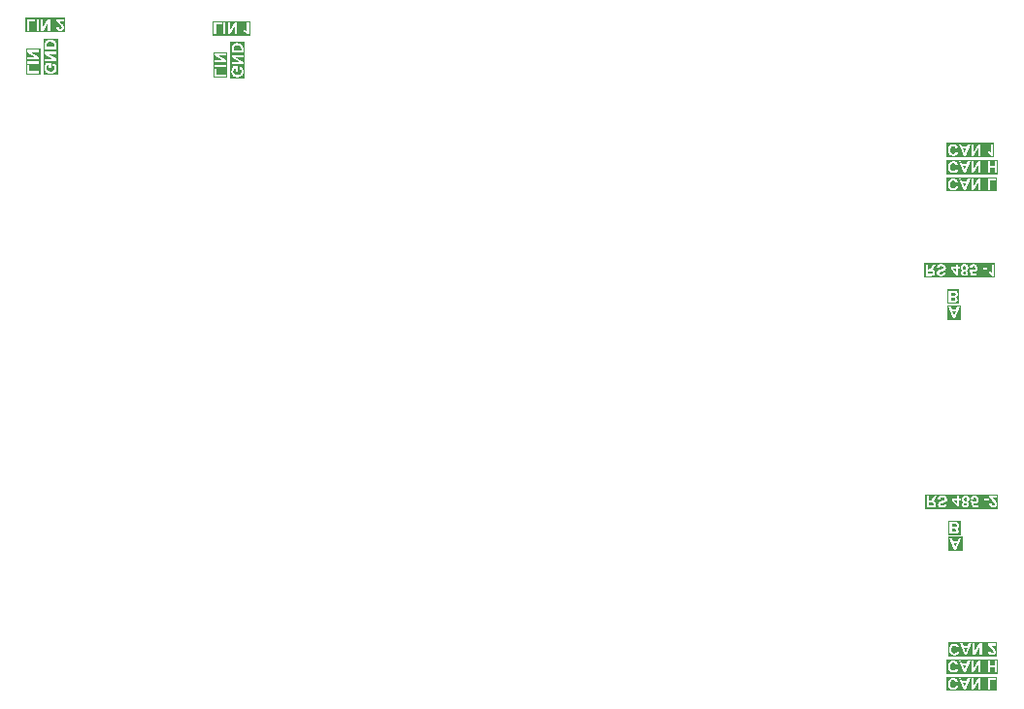
<source format=gbr>
%TF.GenerationSoftware,KiCad,Pcbnew,8.0.5*%
%TF.CreationDate,2024-11-25T15:58:14+05:30*%
%TF.ProjectId,Rapid_Core-RCP,52617069-645f-4436-9f72-652d5243502e,rev?*%
%TF.SameCoordinates,Original*%
%TF.FileFunction,Legend,Bot*%
%TF.FilePolarity,Positive*%
%FSLAX46Y46*%
G04 Gerber Fmt 4.6, Leading zero omitted, Abs format (unit mm)*
G04 Created by KiCad (PCBNEW 8.0.5) date 2024-11-25 15:58:14*
%MOMM*%
%LPD*%
G01*
G04 APERTURE LIST*
%ADD10C,0.200000*%
G04 APERTURE END LIST*
D10*
G36*
X251587851Y-77929372D02*
G01*
X251451808Y-77569847D01*
X251726581Y-77569847D01*
X251587851Y-77929372D01*
G37*
G36*
X252212116Y-78290588D02*
G01*
X250979462Y-78290588D01*
X250979462Y-77163427D01*
X251090573Y-77163427D01*
X251247475Y-77569847D01*
X251482827Y-78179477D01*
X251697760Y-78179477D01*
X252101005Y-77163427D01*
X251879965Y-77163427D01*
X251792038Y-77397900D01*
X251389282Y-77397900D01*
X251306239Y-77163427D01*
X251090573Y-77163427D01*
X250979462Y-77163427D01*
X250979462Y-77052316D01*
X252212116Y-77052316D01*
X252212116Y-78290588D01*
G37*
G36*
X252498039Y-110329372D02*
G01*
X252361996Y-109969847D01*
X252636769Y-109969847D01*
X252498039Y-110329372D01*
G37*
G36*
X255337831Y-110706219D02*
G01*
X250946140Y-110706219D01*
X250946140Y-110070475D01*
X251057251Y-110070475D01*
X251059277Y-110131016D01*
X251065357Y-110188078D01*
X251075489Y-110241658D01*
X251089674Y-110291759D01*
X251107912Y-110338379D01*
X251136409Y-110391759D01*
X251171239Y-110439701D01*
X251186944Y-110457355D01*
X251229541Y-110497040D01*
X251276121Y-110529998D01*
X251326685Y-110556231D01*
X251381231Y-110575737D01*
X251439761Y-110588517D01*
X251489453Y-110593898D01*
X251528395Y-110595108D01*
X251584475Y-110592282D01*
X251637155Y-110583803D01*
X251686436Y-110569670D01*
X251732319Y-110549885D01*
X251774803Y-110524447D01*
X251813887Y-110493356D01*
X251828570Y-110479337D01*
X251860749Y-110441296D01*
X251888653Y-110395806D01*
X251909564Y-110349891D01*
X251927202Y-110298273D01*
X251931640Y-110282477D01*
X251730384Y-110251214D01*
X251713537Y-110302001D01*
X251687513Y-110344881D01*
X251655890Y-110376999D01*
X251614047Y-110403281D01*
X251566432Y-110418653D01*
X251518137Y-110423161D01*
X251464831Y-110418185D01*
X251416776Y-110403256D01*
X251373973Y-110378373D01*
X251336420Y-110343538D01*
X251305966Y-110297544D01*
X251286457Y-110247156D01*
X251275036Y-110196432D01*
X251268511Y-110138753D01*
X251266811Y-110085373D01*
X251268487Y-110028880D01*
X251273514Y-109977706D01*
X251283969Y-109923318D01*
X251299251Y-109876590D01*
X251323178Y-109831754D01*
X251335443Y-109815729D01*
X251372339Y-109780574D01*
X251414395Y-109755462D01*
X251461610Y-109740396D01*
X251513985Y-109735373D01*
X251567049Y-109741607D01*
X251614746Y-109760309D01*
X251653448Y-109788130D01*
X251686711Y-109827018D01*
X251711143Y-109872132D01*
X251728480Y-109920279D01*
X251737223Y-109954215D01*
X251934327Y-109891689D01*
X251918663Y-109841728D01*
X251900066Y-109795952D01*
X251873877Y-109746548D01*
X251843463Y-109703171D01*
X251808824Y-109665821D01*
X251783385Y-109644271D01*
X251741908Y-109616796D01*
X251696431Y-109595006D01*
X251646951Y-109578901D01*
X251593471Y-109568479D01*
X251535989Y-109563742D01*
X251515939Y-109563427D01*
X252000761Y-109563427D01*
X252157663Y-109969847D01*
X252393015Y-110579477D01*
X252607949Y-110579477D01*
X253115485Y-110579477D01*
X253313322Y-110579477D01*
X253725360Y-109892910D01*
X253725360Y-110579477D01*
X253914159Y-110579477D01*
X254517928Y-110579477D01*
X254721138Y-110579477D01*
X254721138Y-109735373D01*
X255226720Y-109735373D01*
X255226720Y-109563427D01*
X254517928Y-109563427D01*
X254517928Y-110579477D01*
X253914159Y-110579477D01*
X253914159Y-109563427D01*
X253710217Y-109563427D01*
X253304285Y-110239735D01*
X253304285Y-109563427D01*
X253115485Y-109563427D01*
X253115485Y-110579477D01*
X252607949Y-110579477D01*
X253011194Y-109563427D01*
X252790154Y-109563427D01*
X252702226Y-109797900D01*
X252299470Y-109797900D01*
X252216427Y-109563427D01*
X252000761Y-109563427D01*
X251515939Y-109563427D01*
X251466922Y-109565548D01*
X251408786Y-109574168D01*
X251354132Y-109589419D01*
X251302960Y-109611301D01*
X251255271Y-109639813D01*
X251211064Y-109674957D01*
X251186211Y-109699226D01*
X251149059Y-109744096D01*
X251118205Y-109793831D01*
X251093647Y-109848433D01*
X251078534Y-109895618D01*
X251067452Y-109945917D01*
X251060399Y-109999329D01*
X251057377Y-110055856D01*
X251057251Y-110070475D01*
X250946140Y-110070475D01*
X250946140Y-109452316D01*
X255337831Y-109452316D01*
X255337831Y-110706219D01*
G37*
G36*
X189123690Y-54360530D02*
G01*
X189177805Y-54365092D01*
X189227827Y-54374012D01*
X189248849Y-54379993D01*
X189295453Y-54399404D01*
X189337807Y-54428613D01*
X189347034Y-54437634D01*
X189376710Y-54479583D01*
X189394105Y-54528116D01*
X189394906Y-54531668D01*
X189401585Y-54584515D01*
X189403903Y-54635028D01*
X189404666Y-54690796D01*
X189404676Y-54698486D01*
X189404676Y-54789833D01*
X188732519Y-54789833D01*
X188732519Y-54638158D01*
X188733674Y-54585154D01*
X188738482Y-54533890D01*
X188742289Y-54515059D01*
X188760349Y-54467395D01*
X188784299Y-54433238D01*
X188823683Y-54403563D01*
X188869800Y-54383947D01*
X188882240Y-54379993D01*
X188935087Y-54368173D01*
X188986998Y-54362152D01*
X189039693Y-54359557D01*
X189068353Y-54359233D01*
X189123690Y-54360530D01*
G37*
G36*
X189703365Y-57237126D02*
G01*
X188433830Y-57237126D01*
X188433830Y-56614815D01*
X188544941Y-56614815D01*
X188547285Y-56672649D01*
X188554318Y-56727632D01*
X188566038Y-56779765D01*
X188582448Y-56829047D01*
X188603545Y-56875478D01*
X188611619Y-56890321D01*
X188638633Y-56932324D01*
X188669665Y-56970223D01*
X188710948Y-57009250D01*
X188750687Y-57038256D01*
X188794445Y-57063158D01*
X188802129Y-57066909D01*
X188849421Y-57086996D01*
X188898242Y-57102927D01*
X188948591Y-57114702D01*
X189000469Y-57122321D01*
X189053875Y-57125785D01*
X189072017Y-57126015D01*
X189130123Y-57123697D01*
X189185739Y-57116742D01*
X189238864Y-57105150D01*
X189289500Y-57088921D01*
X189337645Y-57068056D01*
X189353141Y-57060070D01*
X189397285Y-57033194D01*
X189437393Y-57002024D01*
X189473465Y-56966561D01*
X189505502Y-56926805D01*
X189533503Y-56882755D01*
X189541940Y-56867118D01*
X189563953Y-56815690D01*
X189578054Y-56765856D01*
X189587341Y-56711512D01*
X189591468Y-56661340D01*
X189592254Y-56626050D01*
X189590227Y-56569442D01*
X189584145Y-56516852D01*
X189574008Y-56468281D01*
X189556491Y-56415301D01*
X189533135Y-56368109D01*
X189509212Y-56333203D01*
X189475838Y-56296281D01*
X189438000Y-56264647D01*
X189395696Y-56238303D01*
X189348927Y-56217249D01*
X189297694Y-56201484D01*
X189279623Y-56197404D01*
X189248360Y-56399393D01*
X189294857Y-56416347D01*
X189338455Y-56443481D01*
X189374145Y-56479505D01*
X189400427Y-56523268D01*
X189415799Y-56573958D01*
X189420307Y-56626050D01*
X189416205Y-56681776D01*
X189403898Y-56732265D01*
X189383387Y-56777519D01*
X189354671Y-56817537D01*
X189334578Y-56838053D01*
X189293193Y-56868698D01*
X189243837Y-56891815D01*
X189195188Y-56905640D01*
X189140683Y-56913934D01*
X189090788Y-56916623D01*
X189080321Y-56916699D01*
X189025753Y-56914755D01*
X188975621Y-56908924D01*
X188921319Y-56896794D01*
X188873406Y-56879065D01*
X188825581Y-56851306D01*
X188807746Y-56837076D01*
X188772343Y-56799773D01*
X188745636Y-56757749D01*
X188727624Y-56711003D01*
X188718308Y-56659535D01*
X188716888Y-56628004D01*
X188721120Y-56576129D01*
X188732541Y-56528101D01*
X188742533Y-56500021D01*
X188763313Y-56454386D01*
X188789313Y-56410684D01*
X188804815Y-56389623D01*
X188935730Y-56389623D01*
X188935730Y-56622631D01*
X189107676Y-56622631D01*
X189107676Y-56184215D01*
X188699302Y-56184215D01*
X188665978Y-56224731D01*
X188638302Y-56268336D01*
X188615588Y-56312351D01*
X188594277Y-56361835D01*
X188591347Y-56369351D01*
X188573265Y-56422504D01*
X188559624Y-56475960D01*
X188550424Y-56529721D01*
X188545666Y-56583785D01*
X188544941Y-56614815D01*
X188433830Y-56614815D01*
X188433830Y-55405813D01*
X188560573Y-55405813D01*
X189236881Y-55811745D01*
X188560573Y-55811745D01*
X188560573Y-56000544D01*
X189576623Y-56000544D01*
X189576623Y-55802708D01*
X188890056Y-55390670D01*
X189576623Y-55390670D01*
X189576623Y-55201870D01*
X188560573Y-55201870D01*
X188560573Y-55405813D01*
X188433830Y-55405813D01*
X188433830Y-54610558D01*
X188560573Y-54610558D01*
X188560573Y-54638158D01*
X188560573Y-54993287D01*
X189576623Y-54993287D01*
X189576623Y-54621549D01*
X189575699Y-54569382D01*
X189572383Y-54516774D01*
X189565769Y-54466531D01*
X189557328Y-54429819D01*
X189539244Y-54382075D01*
X189514669Y-54338311D01*
X189483602Y-54298526D01*
X189463538Y-54278144D01*
X189423361Y-54244956D01*
X189378393Y-54216560D01*
X189328633Y-54192956D01*
X189298919Y-54181912D01*
X189247460Y-54167487D01*
X189197750Y-54158245D01*
X189143669Y-54152159D01*
X189093835Y-54149455D01*
X189058828Y-54148939D01*
X189005659Y-54150424D01*
X188955785Y-54154877D01*
X188902823Y-54163601D01*
X188854165Y-54176202D01*
X188842673Y-54179958D01*
X188796182Y-54197969D01*
X188748001Y-54222358D01*
X188705102Y-54250809D01*
X188667485Y-54283320D01*
X188663154Y-54287669D01*
X188630101Y-54328465D01*
X188604761Y-54373116D01*
X188585789Y-54419460D01*
X188582066Y-54430551D01*
X188569829Y-54482236D01*
X188563595Y-54532466D01*
X188560908Y-54583115D01*
X188560573Y-54610558D01*
X188433830Y-54610558D01*
X188433830Y-54037828D01*
X189703365Y-54037828D01*
X189703365Y-57237126D01*
G37*
G36*
X251483943Y-76373270D02*
G01*
X251535310Y-76374139D01*
X251577732Y-76376476D01*
X251626925Y-76389910D01*
X251659798Y-76412868D01*
X251684882Y-76455259D01*
X251689840Y-76492003D01*
X251680713Y-76541695D01*
X251663950Y-76568451D01*
X251622066Y-76596119D01*
X251587502Y-76604110D01*
X251534207Y-76606565D01*
X251478325Y-76607316D01*
X251422466Y-76607526D01*
X251413601Y-76607530D01*
X251296853Y-76607530D01*
X251296853Y-76373057D01*
X251430210Y-76373057D01*
X251483943Y-76373270D01*
G37*
G36*
X251535097Y-75935755D02*
G01*
X251587353Y-75937526D01*
X251624627Y-75941480D01*
X251672547Y-75959317D01*
X251698388Y-75981047D01*
X251722248Y-76026039D01*
X251726965Y-76065555D01*
X251719215Y-76113810D01*
X251704983Y-76141270D01*
X251667717Y-76174940D01*
X251641480Y-76186699D01*
X251591660Y-76196029D01*
X251538326Y-76199702D01*
X251486185Y-76200983D01*
X251460984Y-76201110D01*
X251296853Y-76201110D01*
X251296853Y-75935373D01*
X251485164Y-75935373D01*
X251535097Y-75935755D01*
G37*
G36*
X252048369Y-76890588D02*
G01*
X250982532Y-76890588D01*
X250982532Y-76201110D01*
X251093643Y-76201110D01*
X251093643Y-76607530D01*
X251093643Y-76779477D01*
X251496155Y-76779477D01*
X251545498Y-76778986D01*
X251594762Y-76777223D01*
X251645653Y-76773216D01*
X251674208Y-76769219D01*
X251723329Y-76756202D01*
X251767681Y-76734677D01*
X251779477Y-76726965D01*
X251817090Y-76694854D01*
X251848720Y-76654516D01*
X251856658Y-76641480D01*
X251876741Y-76596041D01*
X251886586Y-76546250D01*
X251887676Y-76521801D01*
X251882318Y-76469594D01*
X251866244Y-76420684D01*
X251849575Y-76389909D01*
X251817186Y-76349071D01*
X251777172Y-76316682D01*
X251746260Y-76299784D01*
X251794674Y-76281677D01*
X251840536Y-76254533D01*
X251878050Y-76219996D01*
X251887676Y-76208193D01*
X251913823Y-76165522D01*
X251930285Y-76118414D01*
X251937064Y-76066871D01*
X251937258Y-76056029D01*
X251932758Y-76004887D01*
X251919260Y-75954776D01*
X251905262Y-75921940D01*
X251878002Y-75876889D01*
X251844217Y-75839188D01*
X251818067Y-75818137D01*
X251773027Y-75793201D01*
X251725344Y-75777706D01*
X251681780Y-75770265D01*
X251629883Y-75767033D01*
X251579186Y-75765457D01*
X251524793Y-75764403D01*
X251471751Y-75763736D01*
X251436560Y-75763427D01*
X251093643Y-75763427D01*
X251093643Y-76201110D01*
X250982532Y-76201110D01*
X250982532Y-75652316D01*
X252048369Y-75652316D01*
X252048369Y-76890588D01*
G37*
G36*
X251687851Y-98129372D02*
G01*
X251551808Y-97769847D01*
X251826581Y-97769847D01*
X251687851Y-98129372D01*
G37*
G36*
X252312116Y-98490588D02*
G01*
X251079462Y-98490588D01*
X251079462Y-97363427D01*
X251190573Y-97363427D01*
X251347475Y-97769847D01*
X251582827Y-98379477D01*
X251797760Y-98379477D01*
X252201005Y-97363427D01*
X251979965Y-97363427D01*
X251892038Y-97597900D01*
X251489282Y-97597900D01*
X251406239Y-97363427D01*
X251190573Y-97363427D01*
X251079462Y-97363427D01*
X251079462Y-97252316D01*
X252312116Y-97252316D01*
X252312116Y-98490588D01*
G37*
G36*
X174056115Y-53190588D02*
G01*
X170587417Y-53190588D01*
X170587417Y-53079477D01*
X170698528Y-53079477D01*
X170901738Y-53079477D01*
X171541654Y-53079477D01*
X171744864Y-53079477D01*
X171938793Y-53079477D01*
X172136630Y-53079477D01*
X172548667Y-52392910D01*
X172548667Y-53079477D01*
X172737467Y-53079477D01*
X172737467Y-52063427D01*
X173268207Y-52063427D01*
X173276450Y-52113191D01*
X173290189Y-52161612D01*
X173309423Y-52208690D01*
X173334152Y-52254424D01*
X173363326Y-52296778D01*
X173396499Y-52337565D01*
X173429902Y-52374715D01*
X173468541Y-52414740D01*
X173512415Y-52457638D01*
X173551284Y-52494027D01*
X173589650Y-52529829D01*
X173629172Y-52567771D01*
X173666294Y-52605112D01*
X173699804Y-52642166D01*
X173711508Y-52657425D01*
X173735768Y-52701732D01*
X173749414Y-52749267D01*
X173751319Y-52774662D01*
X173744681Y-52824998D01*
X173720837Y-52868671D01*
X173716637Y-52873092D01*
X173672342Y-52899963D01*
X173620894Y-52907530D01*
X173569581Y-52899587D01*
X173526915Y-52873606D01*
X173524662Y-52871382D01*
X173497832Y-52826974D01*
X173485874Y-52776302D01*
X173483385Y-52751214D01*
X173290921Y-52770265D01*
X173298059Y-52819654D01*
X173311363Y-52872891D01*
X173329835Y-52919551D01*
X173357920Y-52965675D01*
X173393041Y-53002846D01*
X173398633Y-53007425D01*
X173440545Y-53035500D01*
X173486782Y-53056679D01*
X173537344Y-53070963D01*
X173592229Y-53078351D01*
X173625534Y-53079477D01*
X173679164Y-53076660D01*
X173728311Y-53068211D01*
X173779984Y-53051234D01*
X173825557Y-53026591D01*
X173859763Y-52999365D01*
X173892977Y-52962541D01*
X173920947Y-52915849D01*
X173938261Y-52864241D01*
X173944671Y-52815052D01*
X173945004Y-52800307D01*
X173941569Y-52750459D01*
X173931265Y-52702396D01*
X173920579Y-52671347D01*
X173898277Y-52624693D01*
X173870833Y-52580418D01*
X173843399Y-52543119D01*
X173809121Y-52504285D01*
X173773044Y-52467946D01*
X173733515Y-52430455D01*
X173716881Y-52415136D01*
X173680119Y-52381363D01*
X173642265Y-52345771D01*
X173606278Y-52309914D01*
X173601110Y-52304250D01*
X173570795Y-52265684D01*
X173561542Y-52251005D01*
X173945004Y-52251005D01*
X173945004Y-52063427D01*
X173268207Y-52063427D01*
X172737467Y-52063427D01*
X172533524Y-52063427D01*
X172127593Y-52739735D01*
X172127593Y-52063427D01*
X171938793Y-52063427D01*
X171938793Y-53079477D01*
X171744864Y-53079477D01*
X171744864Y-52063427D01*
X171541654Y-52063427D01*
X171541654Y-53079477D01*
X170901738Y-53079477D01*
X170901738Y-52235373D01*
X171407321Y-52235373D01*
X171407321Y-52063427D01*
X170698528Y-52063427D01*
X170698528Y-53079477D01*
X170587417Y-53079477D01*
X170587417Y-51952316D01*
X174056115Y-51952316D01*
X174056115Y-53190588D01*
G37*
G36*
X251583943Y-96573270D02*
G01*
X251635310Y-96574139D01*
X251677732Y-96576476D01*
X251726925Y-96589910D01*
X251759798Y-96612868D01*
X251784882Y-96655259D01*
X251789840Y-96692003D01*
X251780713Y-96741695D01*
X251763950Y-96768451D01*
X251722066Y-96796119D01*
X251687502Y-96804110D01*
X251634207Y-96806565D01*
X251578325Y-96807316D01*
X251522466Y-96807526D01*
X251513601Y-96807530D01*
X251396853Y-96807530D01*
X251396853Y-96573057D01*
X251530210Y-96573057D01*
X251583943Y-96573270D01*
G37*
G36*
X251635097Y-96135755D02*
G01*
X251687353Y-96137526D01*
X251724627Y-96141480D01*
X251772547Y-96159317D01*
X251798388Y-96181047D01*
X251822248Y-96226039D01*
X251826965Y-96265555D01*
X251819215Y-96313810D01*
X251804983Y-96341270D01*
X251767717Y-96374940D01*
X251741480Y-96386699D01*
X251691660Y-96396029D01*
X251638326Y-96399702D01*
X251586185Y-96400983D01*
X251560984Y-96401110D01*
X251396853Y-96401110D01*
X251396853Y-96135373D01*
X251585164Y-96135373D01*
X251635097Y-96135755D01*
G37*
G36*
X252148369Y-97090588D02*
G01*
X251082532Y-97090588D01*
X251082532Y-96401110D01*
X251193643Y-96401110D01*
X251193643Y-96807530D01*
X251193643Y-96979477D01*
X251596155Y-96979477D01*
X251645498Y-96978986D01*
X251694762Y-96977223D01*
X251745653Y-96973216D01*
X251774208Y-96969219D01*
X251823329Y-96956202D01*
X251867681Y-96934677D01*
X251879477Y-96926965D01*
X251917090Y-96894854D01*
X251948720Y-96854516D01*
X251956658Y-96841480D01*
X251976741Y-96796041D01*
X251986586Y-96746250D01*
X251987676Y-96721801D01*
X251982318Y-96669594D01*
X251966244Y-96620684D01*
X251949575Y-96589909D01*
X251917186Y-96549071D01*
X251877172Y-96516682D01*
X251846260Y-96499784D01*
X251894674Y-96481677D01*
X251940536Y-96454533D01*
X251978050Y-96419996D01*
X251987676Y-96408193D01*
X252013823Y-96365522D01*
X252030285Y-96318414D01*
X252037064Y-96266871D01*
X252037258Y-96256029D01*
X252032758Y-96204887D01*
X252019260Y-96154776D01*
X252005262Y-96121940D01*
X251978002Y-96076889D01*
X251944217Y-96039188D01*
X251918067Y-96018137D01*
X251873027Y-95993201D01*
X251825344Y-95977706D01*
X251781780Y-95970265D01*
X251729883Y-95967033D01*
X251679186Y-95965457D01*
X251624793Y-95964403D01*
X251571751Y-95963736D01*
X251536560Y-95963427D01*
X251193643Y-95963427D01*
X251193643Y-96401110D01*
X251082532Y-96401110D01*
X251082532Y-95852316D01*
X252148369Y-95852316D01*
X252148369Y-97090588D01*
G37*
G36*
X252498039Y-65229372D02*
G01*
X252361996Y-64869847D01*
X252636769Y-64869847D01*
X252498039Y-65229372D01*
G37*
G36*
X255429178Y-65606219D02*
G01*
X250946140Y-65606219D01*
X250946140Y-64970475D01*
X251057251Y-64970475D01*
X251059277Y-65031016D01*
X251065357Y-65088078D01*
X251075489Y-65141658D01*
X251089674Y-65191759D01*
X251107912Y-65238379D01*
X251136409Y-65291759D01*
X251171239Y-65339701D01*
X251186944Y-65357355D01*
X251229541Y-65397040D01*
X251276121Y-65429998D01*
X251326685Y-65456231D01*
X251381231Y-65475737D01*
X251439761Y-65488517D01*
X251489453Y-65493898D01*
X251528395Y-65495108D01*
X251584475Y-65492282D01*
X251637155Y-65483803D01*
X251686436Y-65469670D01*
X251732319Y-65449885D01*
X251774803Y-65424447D01*
X251813887Y-65393356D01*
X251828570Y-65379337D01*
X251860749Y-65341296D01*
X251888653Y-65295806D01*
X251909564Y-65249891D01*
X251927202Y-65198273D01*
X251931640Y-65182477D01*
X251730384Y-65151214D01*
X251713537Y-65202001D01*
X251687513Y-65244881D01*
X251655890Y-65276999D01*
X251614047Y-65303281D01*
X251566432Y-65318653D01*
X251518137Y-65323161D01*
X251464831Y-65318185D01*
X251416776Y-65303256D01*
X251373973Y-65278373D01*
X251336420Y-65243538D01*
X251305966Y-65197544D01*
X251286457Y-65147156D01*
X251275036Y-65096432D01*
X251268511Y-65038753D01*
X251266811Y-64985373D01*
X251268487Y-64928880D01*
X251273514Y-64877706D01*
X251283969Y-64823318D01*
X251299251Y-64776590D01*
X251323178Y-64731754D01*
X251335443Y-64715729D01*
X251372339Y-64680574D01*
X251414395Y-64655462D01*
X251461610Y-64640396D01*
X251513985Y-64635373D01*
X251567049Y-64641607D01*
X251614746Y-64660309D01*
X251653448Y-64688130D01*
X251686711Y-64727018D01*
X251711143Y-64772132D01*
X251728480Y-64820279D01*
X251737223Y-64854215D01*
X251934327Y-64791689D01*
X251918663Y-64741728D01*
X251900066Y-64695952D01*
X251873877Y-64646548D01*
X251843463Y-64603171D01*
X251808824Y-64565821D01*
X251783385Y-64544271D01*
X251741908Y-64516796D01*
X251696431Y-64495006D01*
X251646951Y-64478901D01*
X251593471Y-64468479D01*
X251535989Y-64463742D01*
X251515939Y-64463427D01*
X252000761Y-64463427D01*
X252157663Y-64869847D01*
X252393015Y-65479477D01*
X252607949Y-65479477D01*
X253115485Y-65479477D01*
X253313322Y-65479477D01*
X253725360Y-64792910D01*
X253725360Y-65479477D01*
X253914159Y-65479477D01*
X254513043Y-65479477D01*
X254716253Y-65479477D01*
X254716253Y-65073057D01*
X255114857Y-65073057D01*
X255114857Y-65479477D01*
X255318067Y-65479477D01*
X255318067Y-64463427D01*
X255114857Y-64463427D01*
X255114857Y-64901110D01*
X254716253Y-64901110D01*
X254716253Y-64463427D01*
X254513043Y-64463427D01*
X254513043Y-65479477D01*
X253914159Y-65479477D01*
X253914159Y-64463427D01*
X253710217Y-64463427D01*
X253304285Y-65139735D01*
X253304285Y-64463427D01*
X253115485Y-64463427D01*
X253115485Y-65479477D01*
X252607949Y-65479477D01*
X253011194Y-64463427D01*
X252790154Y-64463427D01*
X252702226Y-64697900D01*
X252299470Y-64697900D01*
X252216427Y-64463427D01*
X252000761Y-64463427D01*
X251515939Y-64463427D01*
X251466922Y-64465548D01*
X251408786Y-64474168D01*
X251354132Y-64489419D01*
X251302960Y-64511301D01*
X251255271Y-64539813D01*
X251211064Y-64574957D01*
X251186211Y-64599226D01*
X251149059Y-64644096D01*
X251118205Y-64693831D01*
X251093647Y-64748433D01*
X251078534Y-64795618D01*
X251067452Y-64845917D01*
X251060399Y-64899329D01*
X251057377Y-64955856D01*
X251057251Y-64970475D01*
X250946140Y-64970475D01*
X250946140Y-64352316D01*
X255429178Y-64352316D01*
X255429178Y-65606219D01*
G37*
G36*
X172823690Y-54060530D02*
G01*
X172877805Y-54065092D01*
X172927827Y-54074012D01*
X172948849Y-54079993D01*
X172995453Y-54099404D01*
X173037807Y-54128613D01*
X173047034Y-54137634D01*
X173076710Y-54179583D01*
X173094105Y-54228116D01*
X173094906Y-54231668D01*
X173101585Y-54284515D01*
X173103903Y-54335028D01*
X173104666Y-54390796D01*
X173104676Y-54398486D01*
X173104676Y-54489833D01*
X172432519Y-54489833D01*
X172432519Y-54338158D01*
X172433674Y-54285154D01*
X172438482Y-54233890D01*
X172442289Y-54215059D01*
X172460349Y-54167395D01*
X172484299Y-54133238D01*
X172523683Y-54103563D01*
X172569800Y-54083947D01*
X172582240Y-54079993D01*
X172635087Y-54068173D01*
X172686998Y-54062152D01*
X172739693Y-54059557D01*
X172768353Y-54059233D01*
X172823690Y-54060530D01*
G37*
G36*
X173403365Y-56937126D02*
G01*
X172133830Y-56937126D01*
X172133830Y-56314815D01*
X172244941Y-56314815D01*
X172247285Y-56372649D01*
X172254318Y-56427632D01*
X172266038Y-56479765D01*
X172282448Y-56529047D01*
X172303545Y-56575478D01*
X172311619Y-56590321D01*
X172338633Y-56632324D01*
X172369665Y-56670223D01*
X172410948Y-56709250D01*
X172450687Y-56738256D01*
X172494445Y-56763158D01*
X172502129Y-56766909D01*
X172549421Y-56786996D01*
X172598242Y-56802927D01*
X172648591Y-56814702D01*
X172700469Y-56822321D01*
X172753875Y-56825785D01*
X172772017Y-56826015D01*
X172830123Y-56823697D01*
X172885739Y-56816742D01*
X172938864Y-56805150D01*
X172989500Y-56788921D01*
X173037645Y-56768056D01*
X173053141Y-56760070D01*
X173097285Y-56733194D01*
X173137393Y-56702024D01*
X173173465Y-56666561D01*
X173205502Y-56626805D01*
X173233503Y-56582755D01*
X173241940Y-56567118D01*
X173263953Y-56515690D01*
X173278054Y-56465856D01*
X173287341Y-56411512D01*
X173291468Y-56361340D01*
X173292254Y-56326050D01*
X173290227Y-56269442D01*
X173284145Y-56216852D01*
X173274008Y-56168281D01*
X173256491Y-56115301D01*
X173233135Y-56068109D01*
X173209212Y-56033203D01*
X173175838Y-55996281D01*
X173138000Y-55964647D01*
X173095696Y-55938303D01*
X173048927Y-55917249D01*
X172997694Y-55901484D01*
X172979623Y-55897404D01*
X172948360Y-56099393D01*
X172994857Y-56116347D01*
X173038455Y-56143481D01*
X173074145Y-56179505D01*
X173100427Y-56223268D01*
X173115799Y-56273958D01*
X173120307Y-56326050D01*
X173116205Y-56381776D01*
X173103898Y-56432265D01*
X173083387Y-56477519D01*
X173054671Y-56517537D01*
X173034578Y-56538053D01*
X172993193Y-56568698D01*
X172943837Y-56591815D01*
X172895188Y-56605640D01*
X172840683Y-56613934D01*
X172790788Y-56616623D01*
X172780321Y-56616699D01*
X172725753Y-56614755D01*
X172675621Y-56608924D01*
X172621319Y-56596794D01*
X172573406Y-56579065D01*
X172525581Y-56551306D01*
X172507746Y-56537076D01*
X172472343Y-56499773D01*
X172445636Y-56457749D01*
X172427624Y-56411003D01*
X172418308Y-56359535D01*
X172416888Y-56328004D01*
X172421120Y-56276129D01*
X172432541Y-56228101D01*
X172442533Y-56200021D01*
X172463313Y-56154386D01*
X172489313Y-56110684D01*
X172504815Y-56089623D01*
X172635730Y-56089623D01*
X172635730Y-56322631D01*
X172807676Y-56322631D01*
X172807676Y-55884215D01*
X172399302Y-55884215D01*
X172365978Y-55924731D01*
X172338302Y-55968336D01*
X172315588Y-56012351D01*
X172294277Y-56061835D01*
X172291347Y-56069351D01*
X172273265Y-56122504D01*
X172259624Y-56175960D01*
X172250424Y-56229721D01*
X172245666Y-56283785D01*
X172244941Y-56314815D01*
X172133830Y-56314815D01*
X172133830Y-55105813D01*
X172260573Y-55105813D01*
X172936881Y-55511745D01*
X172260573Y-55511745D01*
X172260573Y-55700544D01*
X173276623Y-55700544D01*
X173276623Y-55502708D01*
X172590056Y-55090670D01*
X173276623Y-55090670D01*
X173276623Y-54901870D01*
X172260573Y-54901870D01*
X172260573Y-55105813D01*
X172133830Y-55105813D01*
X172133830Y-54310558D01*
X172260573Y-54310558D01*
X172260573Y-54338158D01*
X172260573Y-54693287D01*
X173276623Y-54693287D01*
X173276623Y-54321549D01*
X173275699Y-54269382D01*
X173272383Y-54216774D01*
X173265769Y-54166531D01*
X173257328Y-54129819D01*
X173239244Y-54082075D01*
X173214669Y-54038311D01*
X173183602Y-53998526D01*
X173163538Y-53978144D01*
X173123361Y-53944956D01*
X173078393Y-53916560D01*
X173028633Y-53892956D01*
X172998919Y-53881912D01*
X172947460Y-53867487D01*
X172897750Y-53858245D01*
X172843669Y-53852159D01*
X172793835Y-53849455D01*
X172758828Y-53848939D01*
X172705659Y-53850424D01*
X172655785Y-53854877D01*
X172602823Y-53863601D01*
X172554165Y-53876202D01*
X172542673Y-53879958D01*
X172496182Y-53897969D01*
X172448001Y-53922358D01*
X172405102Y-53950809D01*
X172367485Y-53983320D01*
X172363154Y-53987669D01*
X172330101Y-54028465D01*
X172304761Y-54073116D01*
X172285789Y-54119460D01*
X172282066Y-54130551D01*
X172269829Y-54182236D01*
X172263595Y-54232466D01*
X172260908Y-54283115D01*
X172260573Y-54310558D01*
X172133830Y-54310558D01*
X172133830Y-53737828D01*
X173403365Y-53737828D01*
X173403365Y-56937126D01*
G37*
G36*
X249598306Y-94257846D02*
G01*
X249648037Y-94259400D01*
X249700836Y-94263608D01*
X249730000Y-94269393D01*
X249772536Y-94294381D01*
X249786909Y-94311159D01*
X249805642Y-94358836D01*
X249807669Y-94385164D01*
X249799091Y-94435113D01*
X249780559Y-94465520D01*
X249740443Y-94493853D01*
X249703866Y-94504110D01*
X249654468Y-94506675D01*
X249604947Y-94507366D01*
X249555611Y-94507530D01*
X249396853Y-94507530D01*
X249396853Y-94257425D01*
X249547307Y-94257425D01*
X249598306Y-94257846D01*
G37*
G36*
X252635391Y-94296565D02*
G01*
X252673859Y-94320196D01*
X252700521Y-94363369D01*
X252706832Y-94407634D01*
X252697595Y-94457501D01*
X252674104Y-94491654D01*
X252630913Y-94517131D01*
X252588130Y-94523161D01*
X252538121Y-94515162D01*
X252499470Y-94491166D01*
X252472808Y-94448876D01*
X252466497Y-94406902D01*
X252474618Y-94357320D01*
X252498981Y-94319951D01*
X252542602Y-94294672D01*
X252585932Y-94288688D01*
X252635391Y-94296565D01*
G37*
G36*
X252639768Y-93812432D02*
G01*
X252682716Y-93839816D01*
X252690224Y-93847586D01*
X252715684Y-93889436D01*
X252727665Y-93939302D01*
X252729547Y-93973371D01*
X252723948Y-94023242D01*
X252703265Y-94071354D01*
X252689735Y-94088653D01*
X252650833Y-94118540D01*
X252600125Y-94131989D01*
X252588863Y-94132373D01*
X252537279Y-94124190D01*
X252495071Y-94097075D01*
X252483350Y-94082791D01*
X252459641Y-94037985D01*
X252449209Y-93989907D01*
X252448667Y-93975569D01*
X252453487Y-93924173D01*
X252469739Y-93877651D01*
X252489456Y-93849295D01*
X252529193Y-93818407D01*
X252576597Y-93804816D01*
X252591549Y-93804110D01*
X252639768Y-93812432D01*
G37*
G36*
X251860775Y-94369777D02*
G01*
X251629477Y-94038584D01*
X251860775Y-94038584D01*
X251860775Y-94369777D01*
G37*
G36*
X255436226Y-94806219D02*
G01*
X249082532Y-94806219D01*
X249082532Y-94507530D01*
X249193643Y-94507530D01*
X249193643Y-94679477D01*
X249621556Y-94679477D01*
X249678990Y-94678515D01*
X249730206Y-94675630D01*
X249782102Y-94669833D01*
X249831050Y-94660002D01*
X249856030Y-94652122D01*
X249902941Y-94628264D01*
X249942927Y-94594306D01*
X249973266Y-94554669D01*
X249996450Y-94508878D01*
X250011047Y-94459128D01*
X250017058Y-94405418D01*
X250017230Y-94394201D01*
X250013062Y-94339430D01*
X250000560Y-94289665D01*
X249979723Y-94244908D01*
X249950552Y-94205157D01*
X249913198Y-94171345D01*
X249867570Y-94144402D01*
X249820859Y-94126462D01*
X249767813Y-94113781D01*
X249751494Y-94111124D01*
X249794089Y-94083530D01*
X249834304Y-94051387D01*
X249860182Y-94025883D01*
X249888259Y-93991689D01*
X250151563Y-93991689D01*
X250349400Y-94007320D01*
X250362327Y-93956973D01*
X250383489Y-93910547D01*
X250415031Y-93871050D01*
X250421696Y-93865171D01*
X250463812Y-93839307D01*
X250514932Y-93824178D01*
X250569219Y-93819742D01*
X250620623Y-93822968D01*
X250668765Y-93834121D01*
X250714069Y-93858021D01*
X250717230Y-93860530D01*
X250751290Y-93899052D01*
X250766617Y-93946136D01*
X250767055Y-93956274D01*
X250754235Y-94004818D01*
X250746051Y-94016113D01*
X250705123Y-94045756D01*
X250673022Y-94059100D01*
X250624169Y-94074046D01*
X250574347Y-94087704D01*
X250525632Y-94100516D01*
X250510112Y-94104529D01*
X250461429Y-94118022D01*
X250409291Y-94135379D01*
X250364005Y-94154006D01*
X250319831Y-94177344D01*
X250280768Y-94206134D01*
X250244604Y-94244657D01*
X250217322Y-94286710D01*
X250198923Y-94332293D01*
X250189406Y-94381405D01*
X250187956Y-94411054D01*
X250193093Y-94463268D01*
X250208504Y-94513116D01*
X250231431Y-94556378D01*
X250262500Y-94595643D01*
X250301059Y-94628564D01*
X250347107Y-94655139D01*
X250357216Y-94659693D01*
X250406181Y-94676813D01*
X250454183Y-94687327D01*
X250506397Y-94693414D01*
X250555541Y-94695108D01*
X250612480Y-94693027D01*
X250664840Y-94686784D01*
X250712620Y-94676379D01*
X250763911Y-94658398D01*
X250808607Y-94634424D01*
X250840817Y-94609868D01*
X250878452Y-94569852D01*
X250907368Y-94524389D01*
X250927566Y-94473481D01*
X250937938Y-94425510D01*
X250941689Y-94382477D01*
X250738235Y-94382477D01*
X250724301Y-94432772D01*
X250697367Y-94476430D01*
X250682303Y-94490189D01*
X250636462Y-94512729D01*
X250584072Y-94522002D01*
X250553343Y-94523161D01*
X250501804Y-94519679D01*
X250453706Y-94507804D01*
X250414613Y-94487502D01*
X250384923Y-94446423D01*
X250382373Y-94425953D01*
X250399409Y-94379195D01*
X250412659Y-94366113D01*
X250456909Y-94341647D01*
X250503620Y-94324611D01*
X250555788Y-94309229D01*
X250599505Y-94297969D01*
X250652470Y-94284362D01*
X250699992Y-94270652D01*
X250748553Y-94254527D01*
X250794978Y-94235926D01*
X250819079Y-94224208D01*
X250860472Y-94198004D01*
X250899006Y-94162954D01*
X250930210Y-94121382D01*
X250953154Y-94072940D01*
X250965748Y-94022642D01*
X250970352Y-93972274D01*
X250970510Y-93960426D01*
X250965811Y-93907155D01*
X250954639Y-93866637D01*
X251448737Y-93866637D01*
X251448737Y-94037851D01*
X251449249Y-94038584D01*
X251885688Y-94663845D01*
X252047621Y-94663845D01*
X252047621Y-94038584D01*
X252172673Y-94038584D01*
X252172673Y-93957006D01*
X252258158Y-93957006D01*
X252259616Y-93975569D01*
X252262117Y-94007420D01*
X252273996Y-94055161D01*
X252293793Y-94100232D01*
X252298702Y-94108925D01*
X252328622Y-94149049D01*
X252367701Y-94183019D01*
X252410703Y-94208330D01*
X252426686Y-94215660D01*
X252379984Y-94239924D01*
X252340096Y-94272713D01*
X252317753Y-94301633D01*
X252295772Y-94348017D01*
X252284997Y-94397868D01*
X252284551Y-94406902D01*
X252283803Y-94422045D01*
X252288719Y-94475427D01*
X252303465Y-94523955D01*
X252328042Y-94567629D01*
X252362450Y-94606448D01*
X252405925Y-94638398D01*
X252450778Y-94658866D01*
X252501989Y-94672345D01*
X252550944Y-94678336D01*
X252586176Y-94679477D01*
X252637690Y-94676909D01*
X252692104Y-94667424D01*
X252740393Y-94650950D01*
X252788081Y-94623564D01*
X252808926Y-94606448D01*
X252843654Y-94567629D01*
X252868460Y-94523955D01*
X252883343Y-94475427D01*
X252888305Y-94422045D01*
X252883153Y-94372002D01*
X252865943Y-94322672D01*
X252851668Y-94298214D01*
X252817222Y-94258549D01*
X252776767Y-94229377D01*
X252749330Y-94215660D01*
X252793285Y-94194071D01*
X252834692Y-94164237D01*
X252868276Y-94128249D01*
X252876825Y-94116253D01*
X252901716Y-94069023D01*
X252915379Y-94021930D01*
X252920502Y-93970878D01*
X252920545Y-93965555D01*
X252919840Y-93954075D01*
X253042422Y-93954075D01*
X253234641Y-93976057D01*
X253245403Y-93926209D01*
X253267294Y-93881664D01*
X253283489Y-93861752D01*
X253324183Y-93831598D01*
X253373505Y-93819783D01*
X253376790Y-93819742D01*
X253426191Y-93828157D01*
X253468393Y-93853402D01*
X253479128Y-93863706D01*
X253506328Y-93907001D01*
X253518512Y-93955159D01*
X253521138Y-93996818D01*
X253516231Y-94049282D01*
X253497782Y-94098484D01*
X253479616Y-94121870D01*
X253438470Y-94150421D01*
X253387693Y-94162983D01*
X253371417Y-94163636D01*
X253321185Y-94156003D01*
X253274292Y-94133105D01*
X253234944Y-94099446D01*
X253222429Y-94085478D01*
X253065869Y-94109658D01*
X253164787Y-94663845D01*
X253675011Y-94663845D01*
X253675011Y-94476267D01*
X253311089Y-94476267D01*
X253280803Y-94299923D01*
X253325479Y-94320226D01*
X253375007Y-94332762D01*
X253412694Y-94335583D01*
X253467019Y-94331130D01*
X253517580Y-94317771D01*
X253564378Y-94295507D01*
X253607413Y-94264336D01*
X253630314Y-94242526D01*
X253665146Y-94199256D01*
X253691423Y-94150657D01*
X253707704Y-94101110D01*
X254226267Y-94101110D01*
X254605576Y-94101110D01*
X254605576Y-93929163D01*
X254226267Y-93929163D01*
X254226267Y-94101110D01*
X253707704Y-94101110D01*
X253709144Y-94096728D01*
X253717525Y-94046261D01*
X253719707Y-94001214D01*
X253716259Y-93948407D01*
X253705916Y-93898125D01*
X253688677Y-93850367D01*
X253664543Y-93805133D01*
X253647656Y-93780419D01*
X253615106Y-93742212D01*
X253571120Y-93704911D01*
X253521758Y-93676936D01*
X253482110Y-93663427D01*
X254648318Y-93663427D01*
X254656562Y-93713191D01*
X254670300Y-93761612D01*
X254689534Y-93808690D01*
X254714264Y-93854424D01*
X254743437Y-93896778D01*
X254776611Y-93937565D01*
X254810014Y-93974715D01*
X254848653Y-94014740D01*
X254892527Y-94057638D01*
X254931396Y-94094027D01*
X254969762Y-94129829D01*
X255009283Y-94167771D01*
X255046406Y-94205112D01*
X255079915Y-94242166D01*
X255091619Y-94257425D01*
X255115879Y-94301732D01*
X255129526Y-94349267D01*
X255131431Y-94374662D01*
X255124792Y-94424998D01*
X255100948Y-94468671D01*
X255096748Y-94473092D01*
X255052454Y-94499963D01*
X255001005Y-94507530D01*
X254949693Y-94499587D01*
X254907027Y-94473606D01*
X254904773Y-94471382D01*
X254877944Y-94426974D01*
X254865985Y-94376302D01*
X254863496Y-94351214D01*
X254671033Y-94370265D01*
X254678171Y-94419654D01*
X254691474Y-94472891D01*
X254709947Y-94519551D01*
X254738032Y-94565675D01*
X254773153Y-94602846D01*
X254778744Y-94607425D01*
X254820657Y-94635500D01*
X254866894Y-94656679D01*
X254917455Y-94670963D01*
X254972341Y-94678351D01*
X255005646Y-94679477D01*
X255059275Y-94676660D01*
X255108422Y-94668211D01*
X255160096Y-94651234D01*
X255205668Y-94626591D01*
X255239875Y-94599365D01*
X255273089Y-94562541D01*
X255301058Y-94515849D01*
X255318373Y-94464241D01*
X255324782Y-94415052D01*
X255325115Y-94400307D01*
X255321681Y-94350459D01*
X255311377Y-94302396D01*
X255300691Y-94271347D01*
X255278389Y-94224693D01*
X255250945Y-94180418D01*
X255223510Y-94143119D01*
X255189232Y-94104285D01*
X255153156Y-94067946D01*
X255113626Y-94030455D01*
X255096993Y-94015136D01*
X255060231Y-93981363D01*
X255022376Y-93945771D01*
X254986389Y-93909914D01*
X254981221Y-93904250D01*
X254950906Y-93865684D01*
X254941654Y-93851005D01*
X255325115Y-93851005D01*
X255325115Y-93663427D01*
X254648318Y-93663427D01*
X253482110Y-93663427D01*
X253467021Y-93658286D01*
X253417300Y-93649867D01*
X253374836Y-93647795D01*
X253324350Y-93650714D01*
X253270028Y-93661500D01*
X253220639Y-93680233D01*
X253176182Y-93706914D01*
X253147446Y-93730838D01*
X253112367Y-93769904D01*
X253084067Y-93814439D01*
X253062546Y-93864445D01*
X253049494Y-93911660D01*
X253042422Y-93954075D01*
X252919840Y-93954075D01*
X252917410Y-93914470D01*
X252905832Y-93859559D01*
X252885721Y-93809697D01*
X252857078Y-93764885D01*
X252831396Y-93735967D01*
X252789695Y-93701611D01*
X252742385Y-93675693D01*
X252689464Y-93658214D01*
X252639639Y-93649948D01*
X252594969Y-93647795D01*
X252545026Y-93650362D01*
X252490862Y-93659848D01*
X252441115Y-93676322D01*
X252395786Y-93699785D01*
X252366113Y-93720824D01*
X252329425Y-93755396D01*
X252296216Y-93801396D01*
X252273339Y-93853497D01*
X252261953Y-93903011D01*
X252258158Y-93957006D01*
X252172673Y-93957006D01*
X252172673Y-93866637D01*
X252047621Y-93866637D01*
X252047621Y-93663427D01*
X251860775Y-93663427D01*
X251860775Y-93866637D01*
X251448737Y-93866637D01*
X250954639Y-93866637D01*
X250951714Y-93856031D01*
X250928220Y-93807054D01*
X250922394Y-93797516D01*
X250892180Y-93757880D01*
X250855667Y-93724426D01*
X250812856Y-93697155D01*
X250786351Y-93684676D01*
X250739685Y-93668540D01*
X250687615Y-93657015D01*
X250637622Y-93650712D01*
X250583491Y-93647939D01*
X250567265Y-93647795D01*
X250509742Y-93649936D01*
X250456549Y-93656358D01*
X250407685Y-93667061D01*
X250354763Y-93685557D01*
X250308074Y-93710218D01*
X250273929Y-93735478D01*
X250238446Y-93771276D01*
X250208751Y-93812724D01*
X250184842Y-93859822D01*
X250166722Y-93912569D01*
X250156042Y-93960842D01*
X250151563Y-93991689D01*
X249888259Y-93991689D01*
X249893256Y-93985604D01*
X249921733Y-93945579D01*
X249949706Y-93903143D01*
X249975953Y-93861263D01*
X250099051Y-93663427D01*
X249855785Y-93663427D01*
X249708751Y-93886909D01*
X249681094Y-93927309D01*
X249649640Y-93971799D01*
X249619038Y-94012343D01*
X249601529Y-94032722D01*
X249562229Y-94064268D01*
X249540468Y-94074243D01*
X249492219Y-94083328D01*
X249442474Y-94085467D01*
X249438130Y-94085478D01*
X249396853Y-94085478D01*
X249396853Y-93663427D01*
X249193643Y-93663427D01*
X249193643Y-94507530D01*
X249082532Y-94507530D01*
X249082532Y-93536684D01*
X255436226Y-93536684D01*
X255436226Y-94806219D01*
G37*
G36*
X252498039Y-66729372D02*
G01*
X252361996Y-66369847D01*
X252636769Y-66369847D01*
X252498039Y-66729372D01*
G37*
G36*
X255337831Y-67106219D02*
G01*
X250946140Y-67106219D01*
X250946140Y-66470475D01*
X251057251Y-66470475D01*
X251059277Y-66531016D01*
X251065357Y-66588078D01*
X251075489Y-66641658D01*
X251089674Y-66691759D01*
X251107912Y-66738379D01*
X251136409Y-66791759D01*
X251171239Y-66839701D01*
X251186944Y-66857355D01*
X251229541Y-66897040D01*
X251276121Y-66929998D01*
X251326685Y-66956231D01*
X251381231Y-66975737D01*
X251439761Y-66988517D01*
X251489453Y-66993898D01*
X251528395Y-66995108D01*
X251584475Y-66992282D01*
X251637155Y-66983803D01*
X251686436Y-66969670D01*
X251732319Y-66949885D01*
X251774803Y-66924447D01*
X251813887Y-66893356D01*
X251828570Y-66879337D01*
X251860749Y-66841296D01*
X251888653Y-66795806D01*
X251909564Y-66749891D01*
X251927202Y-66698273D01*
X251931640Y-66682477D01*
X251730384Y-66651214D01*
X251713537Y-66702001D01*
X251687513Y-66744881D01*
X251655890Y-66776999D01*
X251614047Y-66803281D01*
X251566432Y-66818653D01*
X251518137Y-66823161D01*
X251464831Y-66818185D01*
X251416776Y-66803256D01*
X251373973Y-66778373D01*
X251336420Y-66743538D01*
X251305966Y-66697544D01*
X251286457Y-66647156D01*
X251275036Y-66596432D01*
X251268511Y-66538753D01*
X251266811Y-66485373D01*
X251268487Y-66428880D01*
X251273514Y-66377706D01*
X251283969Y-66323318D01*
X251299251Y-66276590D01*
X251323178Y-66231754D01*
X251335443Y-66215729D01*
X251372339Y-66180574D01*
X251414395Y-66155462D01*
X251461610Y-66140396D01*
X251513985Y-66135373D01*
X251567049Y-66141607D01*
X251614746Y-66160309D01*
X251653448Y-66188130D01*
X251686711Y-66227018D01*
X251711143Y-66272132D01*
X251728480Y-66320279D01*
X251737223Y-66354215D01*
X251934327Y-66291689D01*
X251918663Y-66241728D01*
X251900066Y-66195952D01*
X251873877Y-66146548D01*
X251843463Y-66103171D01*
X251808824Y-66065821D01*
X251783385Y-66044271D01*
X251741908Y-66016796D01*
X251696431Y-65995006D01*
X251646951Y-65978901D01*
X251593471Y-65968479D01*
X251535989Y-65963742D01*
X251515939Y-65963427D01*
X252000761Y-65963427D01*
X252157663Y-66369847D01*
X252393015Y-66979477D01*
X252607949Y-66979477D01*
X253115485Y-66979477D01*
X253313322Y-66979477D01*
X253725360Y-66292910D01*
X253725360Y-66979477D01*
X253914159Y-66979477D01*
X254517928Y-66979477D01*
X254721138Y-66979477D01*
X254721138Y-66135373D01*
X255226720Y-66135373D01*
X255226720Y-65963427D01*
X254517928Y-65963427D01*
X254517928Y-66979477D01*
X253914159Y-66979477D01*
X253914159Y-65963427D01*
X253710217Y-65963427D01*
X253304285Y-66639735D01*
X253304285Y-65963427D01*
X253115485Y-65963427D01*
X253115485Y-66979477D01*
X252607949Y-66979477D01*
X253011194Y-65963427D01*
X252790154Y-65963427D01*
X252702226Y-66197900D01*
X252299470Y-66197900D01*
X252216427Y-65963427D01*
X252000761Y-65963427D01*
X251515939Y-65963427D01*
X251466922Y-65965548D01*
X251408786Y-65974168D01*
X251354132Y-65989419D01*
X251302960Y-66011301D01*
X251255271Y-66039813D01*
X251211064Y-66074957D01*
X251186211Y-66099226D01*
X251149059Y-66144096D01*
X251118205Y-66193831D01*
X251093647Y-66248433D01*
X251078534Y-66295618D01*
X251067452Y-66345917D01*
X251060399Y-66399329D01*
X251057377Y-66455856D01*
X251057251Y-66470475D01*
X250946140Y-66470475D01*
X250946140Y-65852316D01*
X255337831Y-65852316D01*
X255337831Y-67106219D01*
G37*
G36*
X188187734Y-57196582D02*
G01*
X186949462Y-57196582D01*
X186949462Y-57085471D01*
X187060573Y-57085471D01*
X188076623Y-57085471D01*
X188076623Y-56882261D01*
X187232519Y-56882261D01*
X187232519Y-56376678D01*
X187060573Y-56376678D01*
X187060573Y-57085471D01*
X186949462Y-57085471D01*
X186949462Y-56242345D01*
X187060573Y-56242345D01*
X188076623Y-56242345D01*
X188076623Y-56039135D01*
X187060573Y-56039135D01*
X187060573Y-56242345D01*
X186949462Y-56242345D01*
X186949462Y-55250475D01*
X187060573Y-55250475D01*
X187736881Y-55656406D01*
X187060573Y-55656406D01*
X187060573Y-55845206D01*
X188076623Y-55845206D01*
X188076623Y-55647369D01*
X187390056Y-55235332D01*
X188076623Y-55235332D01*
X188076623Y-55046532D01*
X187060573Y-55046532D01*
X187060573Y-55250475D01*
X186949462Y-55250475D01*
X186949462Y-54935421D01*
X188187734Y-54935421D01*
X188187734Y-57196582D01*
G37*
G36*
X252498039Y-63729372D02*
G01*
X252361996Y-63369847D01*
X252636769Y-63369847D01*
X252498039Y-63729372D01*
G37*
G36*
X255074782Y-64106219D02*
G01*
X250946140Y-64106219D01*
X250946140Y-63470475D01*
X251057251Y-63470475D01*
X251059277Y-63531016D01*
X251065357Y-63588078D01*
X251075489Y-63641658D01*
X251089674Y-63691759D01*
X251107912Y-63738379D01*
X251136409Y-63791759D01*
X251171239Y-63839701D01*
X251186944Y-63857355D01*
X251229541Y-63897040D01*
X251276121Y-63929998D01*
X251326685Y-63956231D01*
X251381231Y-63975737D01*
X251439761Y-63988517D01*
X251489453Y-63993898D01*
X251528395Y-63995108D01*
X251584475Y-63992282D01*
X251637155Y-63983803D01*
X251686436Y-63969670D01*
X251732319Y-63949885D01*
X251774803Y-63924447D01*
X251813887Y-63893356D01*
X251828570Y-63879337D01*
X251860749Y-63841296D01*
X251888653Y-63795806D01*
X251909564Y-63749891D01*
X251927202Y-63698273D01*
X251931640Y-63682477D01*
X251730384Y-63651214D01*
X251713537Y-63702001D01*
X251687513Y-63744881D01*
X251655890Y-63776999D01*
X251614047Y-63803281D01*
X251566432Y-63818653D01*
X251518137Y-63823161D01*
X251464831Y-63818185D01*
X251416776Y-63803256D01*
X251373973Y-63778373D01*
X251336420Y-63743538D01*
X251305966Y-63697544D01*
X251286457Y-63647156D01*
X251275036Y-63596432D01*
X251268511Y-63538753D01*
X251266811Y-63485373D01*
X251268487Y-63428880D01*
X251273514Y-63377706D01*
X251283969Y-63323318D01*
X251299251Y-63276590D01*
X251323178Y-63231754D01*
X251335443Y-63215729D01*
X251372339Y-63180574D01*
X251414395Y-63155462D01*
X251461610Y-63140396D01*
X251513985Y-63135373D01*
X251567049Y-63141607D01*
X251614746Y-63160309D01*
X251653448Y-63188130D01*
X251686711Y-63227018D01*
X251711143Y-63272132D01*
X251728480Y-63320279D01*
X251737223Y-63354215D01*
X251934327Y-63291689D01*
X251918663Y-63241728D01*
X251900066Y-63195952D01*
X251873877Y-63146548D01*
X251843463Y-63103171D01*
X251808824Y-63065821D01*
X251783385Y-63044271D01*
X251741908Y-63016796D01*
X251696431Y-62995006D01*
X251646951Y-62978901D01*
X251593471Y-62968479D01*
X251535989Y-62963742D01*
X251515939Y-62963427D01*
X252000761Y-62963427D01*
X252157663Y-63369847D01*
X252393015Y-63979477D01*
X252607949Y-63979477D01*
X253115485Y-63979477D01*
X253313322Y-63979477D01*
X253725360Y-63292910D01*
X253725360Y-63979477D01*
X253914159Y-63979477D01*
X253914159Y-63541794D01*
X254521347Y-63541794D01*
X254521347Y-63729372D01*
X254569804Y-63748730D01*
X254615619Y-63773413D01*
X254658094Y-63801127D01*
X254685478Y-63821207D01*
X254726328Y-63856562D01*
X254760217Y-63894724D01*
X254787144Y-63935696D01*
X254807111Y-63979477D01*
X254963671Y-63979477D01*
X254963671Y-62963427D01*
X254770719Y-62963427D01*
X254770719Y-63698597D01*
X254729729Y-63660788D01*
X254686077Y-63626859D01*
X254639764Y-63596811D01*
X254590788Y-63570645D01*
X254539151Y-63548359D01*
X254521347Y-63541794D01*
X253914159Y-63541794D01*
X253914159Y-62963427D01*
X253710217Y-62963427D01*
X253304285Y-63639735D01*
X253304285Y-62963427D01*
X253115485Y-62963427D01*
X253115485Y-63979477D01*
X252607949Y-63979477D01*
X253011194Y-62963427D01*
X252790154Y-62963427D01*
X252702226Y-63197900D01*
X252299470Y-63197900D01*
X252216427Y-62963427D01*
X252000761Y-62963427D01*
X251515939Y-62963427D01*
X251466922Y-62965548D01*
X251408786Y-62974168D01*
X251354132Y-62989419D01*
X251302960Y-63011301D01*
X251255271Y-63039813D01*
X251211064Y-63074957D01*
X251186211Y-63099226D01*
X251149059Y-63144096D01*
X251118205Y-63193831D01*
X251093647Y-63248433D01*
X251078534Y-63295618D01*
X251067452Y-63345917D01*
X251060399Y-63399329D01*
X251057377Y-63455856D01*
X251057251Y-63470475D01*
X250946140Y-63470475D01*
X250946140Y-62852316D01*
X255074782Y-62852316D01*
X255074782Y-64106219D01*
G37*
G36*
X249498306Y-74057846D02*
G01*
X249548037Y-74059400D01*
X249600836Y-74063608D01*
X249630000Y-74069393D01*
X249672536Y-74094381D01*
X249686909Y-74111159D01*
X249705642Y-74158836D01*
X249707669Y-74185164D01*
X249699091Y-74235113D01*
X249680559Y-74265520D01*
X249640443Y-74293853D01*
X249603866Y-74304110D01*
X249554468Y-74306675D01*
X249504947Y-74307366D01*
X249455611Y-74307530D01*
X249296853Y-74307530D01*
X249296853Y-74057425D01*
X249447307Y-74057425D01*
X249498306Y-74057846D01*
G37*
G36*
X252535391Y-74096565D02*
G01*
X252573859Y-74120196D01*
X252600521Y-74163369D01*
X252606832Y-74207634D01*
X252597595Y-74257501D01*
X252574104Y-74291654D01*
X252530913Y-74317131D01*
X252488130Y-74323161D01*
X252438121Y-74315162D01*
X252399470Y-74291166D01*
X252372808Y-74248876D01*
X252366497Y-74206902D01*
X252374618Y-74157320D01*
X252398981Y-74119951D01*
X252442602Y-74094672D01*
X252485932Y-74088688D01*
X252535391Y-74096565D01*
G37*
G36*
X252539768Y-73612432D02*
G01*
X252582716Y-73639816D01*
X252590224Y-73647586D01*
X252615684Y-73689436D01*
X252627665Y-73739302D01*
X252629547Y-73773371D01*
X252623948Y-73823242D01*
X252603265Y-73871354D01*
X252589735Y-73888653D01*
X252550833Y-73918540D01*
X252500125Y-73931989D01*
X252488863Y-73932373D01*
X252437279Y-73924190D01*
X252395071Y-73897075D01*
X252383350Y-73882791D01*
X252359641Y-73837985D01*
X252349209Y-73789907D01*
X252348667Y-73775569D01*
X252353487Y-73724173D01*
X252369739Y-73677651D01*
X252389456Y-73649295D01*
X252429193Y-73618407D01*
X252476597Y-73604816D01*
X252491549Y-73604110D01*
X252539768Y-73612432D01*
G37*
G36*
X251760775Y-74169777D02*
G01*
X251529477Y-73838584D01*
X251760775Y-73838584D01*
X251760775Y-74169777D01*
G37*
G36*
X255178201Y-74606219D02*
G01*
X248982532Y-74606219D01*
X248982532Y-74307530D01*
X249093643Y-74307530D01*
X249093643Y-74479477D01*
X249521556Y-74479477D01*
X249578990Y-74478515D01*
X249630206Y-74475630D01*
X249682102Y-74469833D01*
X249731050Y-74460002D01*
X249756030Y-74452122D01*
X249802941Y-74428264D01*
X249842927Y-74394306D01*
X249873266Y-74354669D01*
X249896450Y-74308878D01*
X249911047Y-74259128D01*
X249917058Y-74205418D01*
X249917230Y-74194201D01*
X249913062Y-74139430D01*
X249900560Y-74089665D01*
X249879723Y-74044908D01*
X249850552Y-74005157D01*
X249813198Y-73971345D01*
X249767570Y-73944402D01*
X249720859Y-73926462D01*
X249667813Y-73913781D01*
X249651494Y-73911124D01*
X249694089Y-73883530D01*
X249734304Y-73851387D01*
X249760182Y-73825883D01*
X249788259Y-73791689D01*
X250051563Y-73791689D01*
X250249400Y-73807320D01*
X250262327Y-73756973D01*
X250283489Y-73710547D01*
X250315031Y-73671050D01*
X250321696Y-73665171D01*
X250363812Y-73639307D01*
X250414932Y-73624178D01*
X250469219Y-73619742D01*
X250520623Y-73622968D01*
X250568765Y-73634121D01*
X250614069Y-73658021D01*
X250617230Y-73660530D01*
X250651290Y-73699052D01*
X250666617Y-73746136D01*
X250667055Y-73756274D01*
X250654235Y-73804818D01*
X250646051Y-73816113D01*
X250605123Y-73845756D01*
X250573022Y-73859100D01*
X250524169Y-73874046D01*
X250474347Y-73887704D01*
X250425632Y-73900516D01*
X250410112Y-73904529D01*
X250361429Y-73918022D01*
X250309291Y-73935379D01*
X250264005Y-73954006D01*
X250219831Y-73977344D01*
X250180768Y-74006134D01*
X250144604Y-74044657D01*
X250117322Y-74086710D01*
X250098923Y-74132293D01*
X250089406Y-74181405D01*
X250087956Y-74211054D01*
X250093093Y-74263268D01*
X250108504Y-74313116D01*
X250131431Y-74356378D01*
X250162500Y-74395643D01*
X250201059Y-74428564D01*
X250247107Y-74455139D01*
X250257216Y-74459693D01*
X250306181Y-74476813D01*
X250354183Y-74487327D01*
X250406397Y-74493414D01*
X250455541Y-74495108D01*
X250512480Y-74493027D01*
X250564840Y-74486784D01*
X250612620Y-74476379D01*
X250663911Y-74458398D01*
X250708607Y-74434424D01*
X250740817Y-74409868D01*
X250778452Y-74369852D01*
X250807368Y-74324389D01*
X250827566Y-74273481D01*
X250837938Y-74225510D01*
X250841689Y-74182477D01*
X250638235Y-74182477D01*
X250624301Y-74232772D01*
X250597367Y-74276430D01*
X250582303Y-74290189D01*
X250536462Y-74312729D01*
X250484072Y-74322002D01*
X250453343Y-74323161D01*
X250401804Y-74319679D01*
X250353706Y-74307804D01*
X250314613Y-74287502D01*
X250284923Y-74246423D01*
X250282373Y-74225953D01*
X250299409Y-74179195D01*
X250312659Y-74166113D01*
X250356909Y-74141647D01*
X250403620Y-74124611D01*
X250455788Y-74109229D01*
X250499505Y-74097969D01*
X250552470Y-74084362D01*
X250599992Y-74070652D01*
X250648553Y-74054527D01*
X250694978Y-74035926D01*
X250719079Y-74024208D01*
X250760472Y-73998004D01*
X250799006Y-73962954D01*
X250830210Y-73921382D01*
X250853154Y-73872940D01*
X250865748Y-73822642D01*
X250870352Y-73772274D01*
X250870510Y-73760426D01*
X250865811Y-73707155D01*
X250854639Y-73666637D01*
X251348737Y-73666637D01*
X251348737Y-73837851D01*
X251349249Y-73838584D01*
X251785688Y-74463845D01*
X251947621Y-74463845D01*
X251947621Y-73838584D01*
X252072673Y-73838584D01*
X252072673Y-73757006D01*
X252158158Y-73757006D01*
X252159616Y-73775569D01*
X252162117Y-73807420D01*
X252173996Y-73855161D01*
X252193793Y-73900232D01*
X252198702Y-73908925D01*
X252228622Y-73949049D01*
X252267701Y-73983019D01*
X252310703Y-74008330D01*
X252326686Y-74015660D01*
X252279984Y-74039924D01*
X252240096Y-74072713D01*
X252217753Y-74101633D01*
X252195772Y-74148017D01*
X252184997Y-74197868D01*
X252184551Y-74206902D01*
X252183803Y-74222045D01*
X252188719Y-74275427D01*
X252203465Y-74323955D01*
X252228042Y-74367629D01*
X252262450Y-74406448D01*
X252305925Y-74438398D01*
X252350778Y-74458866D01*
X252401989Y-74472345D01*
X252450944Y-74478336D01*
X252486176Y-74479477D01*
X252537690Y-74476909D01*
X252592104Y-74467424D01*
X252640393Y-74450950D01*
X252688081Y-74423564D01*
X252708926Y-74406448D01*
X252743654Y-74367629D01*
X252768460Y-74323955D01*
X252783343Y-74275427D01*
X252788305Y-74222045D01*
X252783153Y-74172002D01*
X252765943Y-74122672D01*
X252751668Y-74098214D01*
X252717222Y-74058549D01*
X252676767Y-74029377D01*
X252649330Y-74015660D01*
X252693285Y-73994071D01*
X252734692Y-73964237D01*
X252768276Y-73928249D01*
X252776825Y-73916253D01*
X252801716Y-73869023D01*
X252815379Y-73821930D01*
X252820502Y-73770878D01*
X252820545Y-73765555D01*
X252819840Y-73754075D01*
X252942422Y-73754075D01*
X253134641Y-73776057D01*
X253145403Y-73726209D01*
X253167294Y-73681664D01*
X253183489Y-73661752D01*
X253224183Y-73631598D01*
X253273505Y-73619783D01*
X253276790Y-73619742D01*
X253326191Y-73628157D01*
X253368393Y-73653402D01*
X253379128Y-73663706D01*
X253406328Y-73707001D01*
X253418512Y-73755159D01*
X253421138Y-73796818D01*
X253416231Y-73849282D01*
X253397782Y-73898484D01*
X253379616Y-73921870D01*
X253338470Y-73950421D01*
X253287693Y-73962983D01*
X253271417Y-73963636D01*
X253221185Y-73956003D01*
X253174292Y-73933105D01*
X253134944Y-73899446D01*
X253122429Y-73885478D01*
X252965869Y-73909658D01*
X253064787Y-74463845D01*
X253575011Y-74463845D01*
X253575011Y-74276267D01*
X253211089Y-74276267D01*
X253180803Y-74099923D01*
X253225479Y-74120226D01*
X253275007Y-74132762D01*
X253312694Y-74135583D01*
X253367019Y-74131130D01*
X253417580Y-74117771D01*
X253464378Y-74095507D01*
X253507413Y-74064336D01*
X253530314Y-74042526D01*
X253530903Y-74041794D01*
X254624766Y-74041794D01*
X254624766Y-74229372D01*
X254673224Y-74248730D01*
X254719038Y-74273413D01*
X254761513Y-74301127D01*
X254788898Y-74321207D01*
X254829747Y-74356562D01*
X254863636Y-74394724D01*
X254890564Y-74435696D01*
X254910531Y-74479477D01*
X255067090Y-74479477D01*
X255067090Y-73463427D01*
X254874138Y-73463427D01*
X254874138Y-74198597D01*
X254833149Y-74160788D01*
X254789497Y-74126859D01*
X254743183Y-74096811D01*
X254694208Y-74070645D01*
X254642570Y-74048359D01*
X254624766Y-74041794D01*
X253530903Y-74041794D01*
X253565146Y-73999256D01*
X253591423Y-73950657D01*
X253607704Y-73901110D01*
X254126267Y-73901110D01*
X254505576Y-73901110D01*
X254505576Y-73729163D01*
X254126267Y-73729163D01*
X254126267Y-73901110D01*
X253607704Y-73901110D01*
X253609144Y-73896728D01*
X253617525Y-73846261D01*
X253619707Y-73801214D01*
X253616259Y-73748407D01*
X253605916Y-73698125D01*
X253588677Y-73650367D01*
X253564543Y-73605133D01*
X253547656Y-73580419D01*
X253515106Y-73542212D01*
X253471120Y-73504911D01*
X253421758Y-73476936D01*
X253367021Y-73458286D01*
X253317300Y-73449867D01*
X253274836Y-73447795D01*
X253224350Y-73450714D01*
X253170028Y-73461500D01*
X253120639Y-73480233D01*
X253076182Y-73506914D01*
X253047446Y-73530838D01*
X253012367Y-73569904D01*
X252984067Y-73614439D01*
X252962546Y-73664445D01*
X252949494Y-73711660D01*
X252942422Y-73754075D01*
X252819840Y-73754075D01*
X252817410Y-73714470D01*
X252805832Y-73659559D01*
X252785721Y-73609697D01*
X252757078Y-73564885D01*
X252731396Y-73535967D01*
X252689695Y-73501611D01*
X252642385Y-73475693D01*
X252589464Y-73458214D01*
X252539639Y-73449948D01*
X252494969Y-73447795D01*
X252445026Y-73450362D01*
X252390862Y-73459848D01*
X252341115Y-73476322D01*
X252295786Y-73499785D01*
X252266113Y-73520824D01*
X252229425Y-73555396D01*
X252196216Y-73601396D01*
X252173339Y-73653497D01*
X252161953Y-73703011D01*
X252158158Y-73757006D01*
X252072673Y-73757006D01*
X252072673Y-73666637D01*
X251947621Y-73666637D01*
X251947621Y-73463427D01*
X251760775Y-73463427D01*
X251760775Y-73666637D01*
X251348737Y-73666637D01*
X250854639Y-73666637D01*
X250851714Y-73656031D01*
X250828220Y-73607054D01*
X250822394Y-73597516D01*
X250792180Y-73557880D01*
X250755667Y-73524426D01*
X250712856Y-73497155D01*
X250686351Y-73484676D01*
X250639685Y-73468540D01*
X250587615Y-73457015D01*
X250537622Y-73450712D01*
X250483491Y-73447939D01*
X250467265Y-73447795D01*
X250409742Y-73449936D01*
X250356549Y-73456358D01*
X250307685Y-73467061D01*
X250254763Y-73485557D01*
X250208074Y-73510218D01*
X250173929Y-73535478D01*
X250138446Y-73571276D01*
X250108751Y-73612724D01*
X250084842Y-73659822D01*
X250066722Y-73712569D01*
X250056042Y-73760842D01*
X250051563Y-73791689D01*
X249788259Y-73791689D01*
X249793256Y-73785604D01*
X249821733Y-73745579D01*
X249849706Y-73703143D01*
X249875953Y-73661263D01*
X249999051Y-73463427D01*
X249755785Y-73463427D01*
X249608751Y-73686909D01*
X249581094Y-73727309D01*
X249549640Y-73771799D01*
X249519038Y-73812343D01*
X249501529Y-73832722D01*
X249462229Y-73864268D01*
X249440468Y-73874243D01*
X249392219Y-73883328D01*
X249342474Y-73885467D01*
X249338130Y-73885478D01*
X249296853Y-73885478D01*
X249296853Y-73463427D01*
X249093643Y-73463427D01*
X249093643Y-74307530D01*
X248982532Y-74307530D01*
X248982532Y-73336684D01*
X255178201Y-73336684D01*
X255178201Y-74606219D01*
G37*
G36*
X171887734Y-56896582D02*
G01*
X170649462Y-56896582D01*
X170649462Y-56785471D01*
X170760573Y-56785471D01*
X171776623Y-56785471D01*
X171776623Y-56582261D01*
X170932519Y-56582261D01*
X170932519Y-56076678D01*
X170760573Y-56076678D01*
X170760573Y-56785471D01*
X170649462Y-56785471D01*
X170649462Y-55942345D01*
X170760573Y-55942345D01*
X171776623Y-55942345D01*
X171776623Y-55739135D01*
X170760573Y-55739135D01*
X170760573Y-55942345D01*
X170649462Y-55942345D01*
X170649462Y-54950475D01*
X170760573Y-54950475D01*
X171436881Y-55356406D01*
X170760573Y-55356406D01*
X170760573Y-55545206D01*
X171776623Y-55545206D01*
X171776623Y-55347369D01*
X171090056Y-54935332D01*
X171776623Y-54935332D01*
X171776623Y-54746532D01*
X170760573Y-54746532D01*
X170760573Y-54950475D01*
X170649462Y-54950475D01*
X170649462Y-54635421D01*
X171887734Y-54635421D01*
X171887734Y-56896582D01*
G37*
G36*
X252498039Y-108829372D02*
G01*
X252361996Y-108469847D01*
X252636769Y-108469847D01*
X252498039Y-108829372D01*
G37*
G36*
X255429178Y-109206219D02*
G01*
X250946140Y-109206219D01*
X250946140Y-108570475D01*
X251057251Y-108570475D01*
X251059277Y-108631016D01*
X251065357Y-108688078D01*
X251075489Y-108741658D01*
X251089674Y-108791759D01*
X251107912Y-108838379D01*
X251136409Y-108891759D01*
X251171239Y-108939701D01*
X251186944Y-108957355D01*
X251229541Y-108997040D01*
X251276121Y-109029998D01*
X251326685Y-109056231D01*
X251381231Y-109075737D01*
X251439761Y-109088517D01*
X251489453Y-109093898D01*
X251528395Y-109095108D01*
X251584475Y-109092282D01*
X251637155Y-109083803D01*
X251686436Y-109069670D01*
X251732319Y-109049885D01*
X251774803Y-109024447D01*
X251813887Y-108993356D01*
X251828570Y-108979337D01*
X251860749Y-108941296D01*
X251888653Y-108895806D01*
X251909564Y-108849891D01*
X251927202Y-108798273D01*
X251931640Y-108782477D01*
X251730384Y-108751214D01*
X251713537Y-108802001D01*
X251687513Y-108844881D01*
X251655890Y-108876999D01*
X251614047Y-108903281D01*
X251566432Y-108918653D01*
X251518137Y-108923161D01*
X251464831Y-108918185D01*
X251416776Y-108903256D01*
X251373973Y-108878373D01*
X251336420Y-108843538D01*
X251305966Y-108797544D01*
X251286457Y-108747156D01*
X251275036Y-108696432D01*
X251268511Y-108638753D01*
X251266811Y-108585373D01*
X251268487Y-108528880D01*
X251273514Y-108477706D01*
X251283969Y-108423318D01*
X251299251Y-108376590D01*
X251323178Y-108331754D01*
X251335443Y-108315729D01*
X251372339Y-108280574D01*
X251414395Y-108255462D01*
X251461610Y-108240396D01*
X251513985Y-108235373D01*
X251567049Y-108241607D01*
X251614746Y-108260309D01*
X251653448Y-108288130D01*
X251686711Y-108327018D01*
X251711143Y-108372132D01*
X251728480Y-108420279D01*
X251737223Y-108454215D01*
X251934327Y-108391689D01*
X251918663Y-108341728D01*
X251900066Y-108295952D01*
X251873877Y-108246548D01*
X251843463Y-108203171D01*
X251808824Y-108165821D01*
X251783385Y-108144271D01*
X251741908Y-108116796D01*
X251696431Y-108095006D01*
X251646951Y-108078901D01*
X251593471Y-108068479D01*
X251535989Y-108063742D01*
X251515939Y-108063427D01*
X252000761Y-108063427D01*
X252157663Y-108469847D01*
X252393015Y-109079477D01*
X252607949Y-109079477D01*
X253115485Y-109079477D01*
X253313322Y-109079477D01*
X253725360Y-108392910D01*
X253725360Y-109079477D01*
X253914159Y-109079477D01*
X254513043Y-109079477D01*
X254716253Y-109079477D01*
X254716253Y-108673057D01*
X255114857Y-108673057D01*
X255114857Y-109079477D01*
X255318067Y-109079477D01*
X255318067Y-108063427D01*
X255114857Y-108063427D01*
X255114857Y-108501110D01*
X254716253Y-108501110D01*
X254716253Y-108063427D01*
X254513043Y-108063427D01*
X254513043Y-109079477D01*
X253914159Y-109079477D01*
X253914159Y-108063427D01*
X253710217Y-108063427D01*
X253304285Y-108739735D01*
X253304285Y-108063427D01*
X253115485Y-108063427D01*
X253115485Y-109079477D01*
X252607949Y-109079477D01*
X253011194Y-108063427D01*
X252790154Y-108063427D01*
X252702226Y-108297900D01*
X252299470Y-108297900D01*
X252216427Y-108063427D01*
X252000761Y-108063427D01*
X251515939Y-108063427D01*
X251466922Y-108065548D01*
X251408786Y-108074168D01*
X251354132Y-108089419D01*
X251302960Y-108111301D01*
X251255271Y-108139813D01*
X251211064Y-108174957D01*
X251186211Y-108199226D01*
X251149059Y-108244096D01*
X251118205Y-108293831D01*
X251093647Y-108348433D01*
X251078534Y-108395618D01*
X251067452Y-108445917D01*
X251060399Y-108499329D01*
X251057377Y-108555856D01*
X251057251Y-108570475D01*
X250946140Y-108570475D01*
X250946140Y-107952316D01*
X255429178Y-107952316D01*
X255429178Y-109206219D01*
G37*
G36*
X252598039Y-107329372D02*
G01*
X252461996Y-106969847D01*
X252736769Y-106969847D01*
X252598039Y-107329372D01*
G37*
G36*
X255332807Y-107706219D02*
G01*
X251046140Y-107706219D01*
X251046140Y-107070475D01*
X251157251Y-107070475D01*
X251159277Y-107131016D01*
X251165357Y-107188078D01*
X251175489Y-107241658D01*
X251189674Y-107291759D01*
X251207912Y-107338379D01*
X251236409Y-107391759D01*
X251271239Y-107439701D01*
X251286944Y-107457355D01*
X251329541Y-107497040D01*
X251376121Y-107529998D01*
X251426685Y-107556231D01*
X251481231Y-107575737D01*
X251539761Y-107588517D01*
X251589453Y-107593898D01*
X251628395Y-107595108D01*
X251684475Y-107592282D01*
X251737155Y-107583803D01*
X251786436Y-107569670D01*
X251832319Y-107549885D01*
X251874803Y-107524447D01*
X251913887Y-107493356D01*
X251928570Y-107479337D01*
X251960749Y-107441296D01*
X251988653Y-107395806D01*
X252009564Y-107349891D01*
X252027202Y-107298273D01*
X252031640Y-107282477D01*
X251830384Y-107251214D01*
X251813537Y-107302001D01*
X251787513Y-107344881D01*
X251755890Y-107376999D01*
X251714047Y-107403281D01*
X251666432Y-107418653D01*
X251618137Y-107423161D01*
X251564831Y-107418185D01*
X251516776Y-107403256D01*
X251473973Y-107378373D01*
X251436420Y-107343538D01*
X251405966Y-107297544D01*
X251386457Y-107247156D01*
X251375036Y-107196432D01*
X251368511Y-107138753D01*
X251366811Y-107085373D01*
X251368487Y-107028880D01*
X251373514Y-106977706D01*
X251383969Y-106923318D01*
X251399251Y-106876590D01*
X251423178Y-106831754D01*
X251435443Y-106815729D01*
X251472339Y-106780574D01*
X251514395Y-106755462D01*
X251561610Y-106740396D01*
X251613985Y-106735373D01*
X251667049Y-106741607D01*
X251714746Y-106760309D01*
X251753448Y-106788130D01*
X251786711Y-106827018D01*
X251811143Y-106872132D01*
X251828480Y-106920279D01*
X251837223Y-106954215D01*
X252034327Y-106891689D01*
X252018663Y-106841728D01*
X252000066Y-106795952D01*
X251973877Y-106746548D01*
X251943463Y-106703171D01*
X251908824Y-106665821D01*
X251883385Y-106644271D01*
X251841908Y-106616796D01*
X251796431Y-106595006D01*
X251746951Y-106578901D01*
X251693471Y-106568479D01*
X251635989Y-106563742D01*
X251615939Y-106563427D01*
X252100761Y-106563427D01*
X252257663Y-106969847D01*
X252493015Y-107579477D01*
X252707949Y-107579477D01*
X253215485Y-107579477D01*
X253413322Y-107579477D01*
X253825360Y-106892910D01*
X253825360Y-107579477D01*
X254014159Y-107579477D01*
X254014159Y-106563427D01*
X254544899Y-106563427D01*
X254553142Y-106613191D01*
X254566881Y-106661612D01*
X254586115Y-106708690D01*
X254610845Y-106754424D01*
X254640018Y-106796778D01*
X254673191Y-106837565D01*
X254706595Y-106874715D01*
X254745233Y-106914740D01*
X254789108Y-106957638D01*
X254827977Y-106994027D01*
X254866342Y-107029829D01*
X254905864Y-107067771D01*
X254942986Y-107105112D01*
X254976496Y-107142166D01*
X254988200Y-107157425D01*
X255012460Y-107201732D01*
X255026106Y-107249267D01*
X255028011Y-107274662D01*
X255021373Y-107324998D01*
X254997529Y-107368671D01*
X254993329Y-107373092D01*
X254949034Y-107399963D01*
X254897586Y-107407530D01*
X254846273Y-107399587D01*
X254803607Y-107373606D01*
X254801354Y-107371382D01*
X254774524Y-107326974D01*
X254762566Y-107276302D01*
X254760077Y-107251214D01*
X254567614Y-107270265D01*
X254574751Y-107319654D01*
X254588055Y-107372891D01*
X254606528Y-107419551D01*
X254634613Y-107465675D01*
X254669733Y-107502846D01*
X254675325Y-107507425D01*
X254717237Y-107535500D01*
X254763474Y-107556679D01*
X254814036Y-107570963D01*
X254868922Y-107578351D01*
X254902226Y-107579477D01*
X254955856Y-107576660D01*
X255005003Y-107568211D01*
X255056676Y-107551234D01*
X255102249Y-107526591D01*
X255136455Y-107499365D01*
X255169669Y-107462541D01*
X255197639Y-107415849D01*
X255214953Y-107364241D01*
X255221363Y-107315052D01*
X255221696Y-107300307D01*
X255218261Y-107250459D01*
X255207957Y-107202396D01*
X255197272Y-107171347D01*
X255174969Y-107124693D01*
X255147525Y-107080418D01*
X255120091Y-107043119D01*
X255085813Y-107004285D01*
X255049736Y-106967946D01*
X255010207Y-106930455D01*
X254993573Y-106915136D01*
X254956811Y-106881363D01*
X254918957Y-106845771D01*
X254882970Y-106809914D01*
X254877802Y-106804250D01*
X254847487Y-106765684D01*
X254838235Y-106751005D01*
X255221696Y-106751005D01*
X255221696Y-106563427D01*
X254544899Y-106563427D01*
X254014159Y-106563427D01*
X253810217Y-106563427D01*
X253404285Y-107239735D01*
X253404285Y-106563427D01*
X253215485Y-106563427D01*
X253215485Y-107579477D01*
X252707949Y-107579477D01*
X253111194Y-106563427D01*
X252890154Y-106563427D01*
X252802226Y-106797900D01*
X252399470Y-106797900D01*
X252316427Y-106563427D01*
X252100761Y-106563427D01*
X251615939Y-106563427D01*
X251566922Y-106565548D01*
X251508786Y-106574168D01*
X251454132Y-106589419D01*
X251402960Y-106611301D01*
X251355271Y-106639813D01*
X251311064Y-106674957D01*
X251286211Y-106699226D01*
X251249059Y-106744096D01*
X251218205Y-106793831D01*
X251193647Y-106848433D01*
X251178534Y-106895618D01*
X251167452Y-106945917D01*
X251160399Y-106999329D01*
X251157377Y-107055856D01*
X251157251Y-107070475D01*
X251046140Y-107070475D01*
X251046140Y-106452316D01*
X255332807Y-106452316D01*
X255332807Y-107706219D01*
G37*
G36*
X190198090Y-53490588D02*
G01*
X186887417Y-53490588D01*
X186887417Y-53379477D01*
X186998528Y-53379477D01*
X187201738Y-53379477D01*
X187841654Y-53379477D01*
X188044864Y-53379477D01*
X188238793Y-53379477D01*
X188436630Y-53379477D01*
X188848667Y-52692910D01*
X188848667Y-53379477D01*
X189037467Y-53379477D01*
X189037467Y-52941794D01*
X189644655Y-52941794D01*
X189644655Y-53129372D01*
X189693112Y-53148730D01*
X189738926Y-53173413D01*
X189781402Y-53201127D01*
X189808786Y-53221207D01*
X189849636Y-53256562D01*
X189883524Y-53294724D01*
X189910452Y-53335696D01*
X189930419Y-53379477D01*
X190086979Y-53379477D01*
X190086979Y-52363427D01*
X189894027Y-52363427D01*
X189894027Y-53098597D01*
X189853037Y-53060788D01*
X189809385Y-53026859D01*
X189763072Y-52996811D01*
X189714096Y-52970645D01*
X189662459Y-52948359D01*
X189644655Y-52941794D01*
X189037467Y-52941794D01*
X189037467Y-52363427D01*
X188833524Y-52363427D01*
X188427593Y-53039735D01*
X188427593Y-52363427D01*
X188238793Y-52363427D01*
X188238793Y-53379477D01*
X188044864Y-53379477D01*
X188044864Y-52363427D01*
X187841654Y-52363427D01*
X187841654Y-53379477D01*
X187201738Y-53379477D01*
X187201738Y-52535373D01*
X187707321Y-52535373D01*
X187707321Y-52363427D01*
X186998528Y-52363427D01*
X186998528Y-53379477D01*
X186887417Y-53379477D01*
X186887417Y-52252316D01*
X190198090Y-52252316D01*
X190198090Y-53490588D01*
G37*
M02*

</source>
